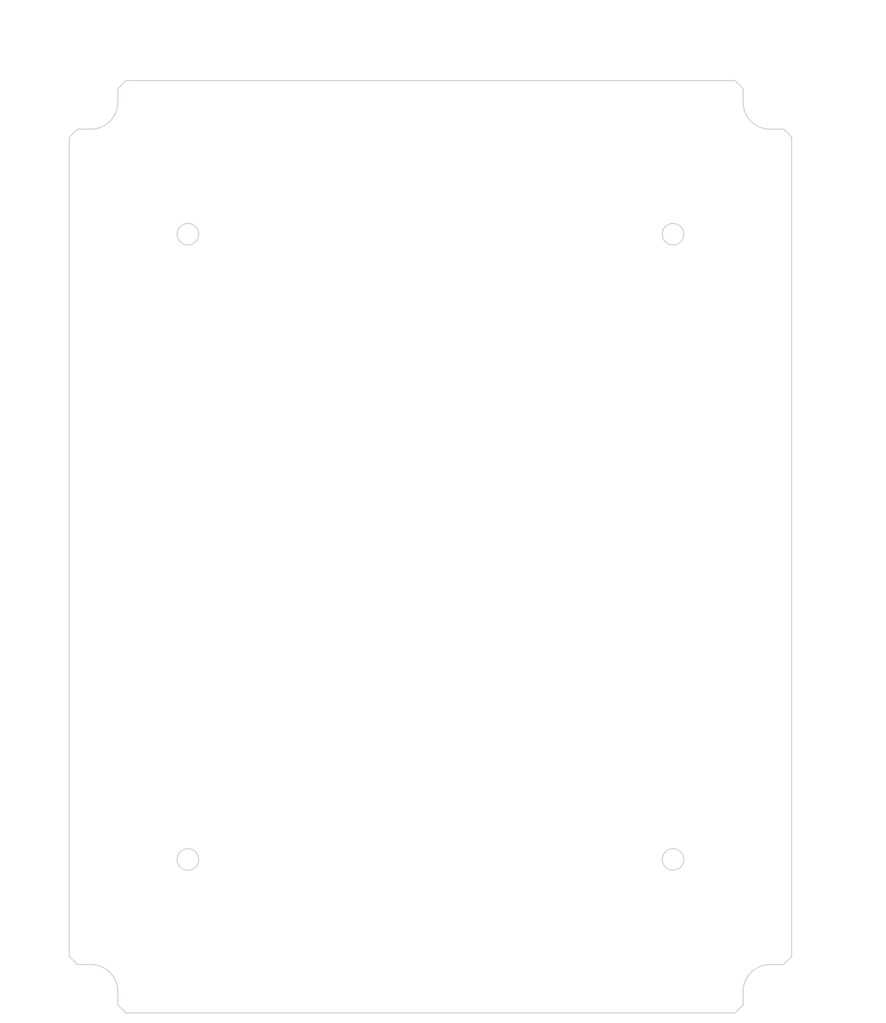
<source format=kicad_pcb>
(kicad_pcb (version 20171130) (host pcbnew "(5.1.0)-1")

  (general
    (thickness 1.6)
    (drawings 78)
    (tracks 0)
    (zones 0)
    (modules 0)
    (nets 1)
  )

  (page A3)
  (layers
    (0 F.Cu signal)
    (31 B.Cu signal)
    (32 B.Adhes user)
    (33 F.Adhes user)
    (34 B.Paste user)
    (35 F.Paste user)
    (36 B.SilkS user)
    (37 F.SilkS user)
    (38 B.Mask user)
    (39 F.Mask user)
    (40 Dwgs.User user)
    (41 Cmts.User user)
    (42 Eco1.User user)
    (43 Eco2.User user)
    (44 Edge.Cuts user)
    (45 Margin user)
    (46 B.CrtYd user)
    (47 F.CrtYd user)
    (48 B.Fab user)
    (49 F.Fab user)
  )

  (setup
    (last_trace_width 0.25)
    (trace_clearance 0.2)
    (zone_clearance 0.508)
    (zone_45_only no)
    (trace_min 0.2)
    (via_size 0.8)
    (via_drill 0.4)
    (via_min_size 0.4)
    (via_min_drill 0.3)
    (uvia_size 0.3)
    (uvia_drill 0.1)
    (uvias_allowed no)
    (uvia_min_size 0.2)
    (uvia_min_drill 0.1)
    (edge_width 0.05)
    (segment_width 0.2)
    (pcb_text_width 0.3)
    (pcb_text_size 1.5 1.5)
    (mod_edge_width 0.12)
    (mod_text_size 1 1)
    (mod_text_width 0.15)
    (pad_size 1.524 1.524)
    (pad_drill 0.762)
    (pad_to_mask_clearance 0.051)
    (solder_mask_min_width 0.25)
    (aux_axis_origin 0 0)
    (visible_elements FFFFFF7F)
    (pcbplotparams
      (layerselection 0x010fc_ffffffff)
      (usegerberextensions false)
      (usegerberattributes false)
      (usegerberadvancedattributes false)
      (creategerberjobfile false)
      (excludeedgelayer true)
      (linewidth 0.152400)
      (plotframeref false)
      (viasonmask false)
      (mode 1)
      (useauxorigin false)
      (hpglpennumber 1)
      (hpglpenspeed 20)
      (hpglpendiameter 15.000000)
      (psnegative false)
      (psa4output false)
      (plotreference true)
      (plotvalue true)
      (plotinvisibletext false)
      (padsonsilk false)
      (subtractmaskfromsilk false)
      (outputformat 1)
      (mirror false)
      (drillshape 1)
      (scaleselection 1)
      (outputdirectory ""))
  )

  (net 0 "")

  (net_class Default "This is the default net class."
    (clearance 0.2)
    (trace_width 0.25)
    (via_dia 0.8)
    (via_drill 0.4)
    (uvia_dia 0.3)
    (uvia_drill 0.1)
  )

  (gr_circle (center 139.731585 98.660248) (end 141.731585 98.660248) (layer Edge.Cuts) (width 0.2))
  (gr_line (start 117.731585 80.660248) (end 119.231585 79.160248) (layer Edge.Cuts) (width 0.2))
  (gr_line (start 126.731585 71.660248) (end 128.231585 70.160248) (layer Edge.Cuts) (width 0.2))
  (gr_line (start 117.731585 80.660248) (end 117.731585 232.660248) (layer Edge.Cuts) (width 0.2))
  (gr_line (start 121.731585 79.160248) (end 119.231585 79.160248) (layer Edge.Cuts) (width 0.2))
  (gr_arc (start 121.731585 74.160248) (end 121.731585 79.160248) (angle -90) (layer Edge.Cuts) (width 0.2))
  (gr_line (start 126.731585 71.660248) (end 126.731585 74.160248) (layer Edge.Cuts) (width 0.2))
  (gr_line (start 241.231585 70.160248) (end 128.231585 70.160248) (layer Edge.Cuts) (width 0.2))
  (gr_circle (center 229.731585 98.660248) (end 231.731585 98.660248) (layer Edge.Cuts) (width 0.2))
  (gr_line (start 241.231585 70.160248) (end 242.731585 71.660248) (layer Edge.Cuts) (width 0.2))
  (gr_line (start 242.731585 71.660248) (end 242.731585 74.160248) (layer Edge.Cuts) (width 0.2))
  (gr_arc (start 247.731585 74.160248) (end 242.731585 74.160248) (angle -90) (layer Edge.Cuts) (width 0.2))
  (gr_line (start 247.731585 79.160248) (end 250.231585 79.160248) (layer Edge.Cuts) (width 0.2))
  (gr_line (start 250.231585 79.160248) (end 251.731585 80.660248) (layer Edge.Cuts) (width 0.2))
  (gr_line (start 251.731585 80.660248) (end 251.731585 232.660248) (layer Edge.Cuts) (width 0.2))
  (gr_circle (center 139.731585 214.660248) (end 141.731585 214.660248) (layer Edge.Cuts) (width 0.2))
  (gr_line (start 128.231585 243.160248) (end 241.231585 243.160248) (layer Edge.Cuts) (width 0.2))
  (gr_arc (start 121.731585 239.160248) (end 126.731585 239.160248) (angle -90) (layer Edge.Cuts) (width 0.2))
  (gr_line (start 121.731585 234.160248) (end 119.231585 234.160248) (layer Edge.Cuts) (width 0.2))
  (gr_line (start 119.231585 234.160248) (end 117.731585 232.660248) (layer Edge.Cuts) (width 0.2))
  (gr_line (start 126.731585 241.660248) (end 126.731585 239.160248) (layer Edge.Cuts) (width 0.2))
  (gr_line (start 128.231585 243.160248) (end 126.731585 241.660248) (layer Edge.Cuts) (width 0.2))
  (gr_arc (start 247.731585 239.160248) (end 247.731585 234.160248) (angle -90) (layer Edge.Cuts) (width 0.2))
  (gr_circle (center 229.731585 214.660248) (end 231.731585 214.660248) (layer Edge.Cuts) (width 0.2))
  (gr_line (start 247.731585 234.160248) (end 250.231585 234.160248) (layer Edge.Cuts) (width 0.2))
  (gr_line (start 251.731585 232.660248) (end 250.231585 234.160248) (layer Edge.Cuts) (width 0.2))
  (gr_line (start 242.731585 241.660248) (end 242.731585 239.160248) (layer Edge.Cuts) (width 0.2))
  (gr_line (start 242.731585 241.660248) (end 241.231585 243.160248) (layer Edge.Cuts) (width 0.2))
  (gr_text [4.57] (at 243.059025 158.54623) (layer Dwgs.User)
    (effects (font (size 1.7 1.53) (thickness 0.2125)))
  )
  (gr_text " 116.00" (at 243.059025 154.992274) (layer Dwgs.User)
    (effects (font (size 1.7 1.53) (thickness 0.2125)))
  )
  (gr_line (start 243.059025 212.660248) (end 243.059025 160.214204) (layer Dwgs.User) (width 0.2))
  (gr_line (start 243.059025 100.660248) (end 243.059025 153.106291) (layer Dwgs.User) (width 0.2))
  (gr_line (start 230.731585 214.660248) (end 246.234025 214.660248) (layer Dwgs.User) (width 0.2))
  (gr_line (start 230.731585 98.660248) (end 246.234025 98.660248) (layer Dwgs.User) (width 0.2))
  (gr_text [R0.20] (at 112.803084 243.66581) (layer Dwgs.User)
    (effects (font (size 1.7 1.53) (thickness 0.2125)))
  )
  (gr_text " R5.00" (at 112.803084 240.108375) (layer Dwgs.User)
    (effects (font (size 1.7 1.53) (thickness 0.2125)))
  )
  (gr_line (start 119.273855 241.776349) (end 123.785691 236.973779) (layer Dwgs.User) (width 0.2))
  (gr_line (start 117.273855 241.776349) (end 119.273855 241.776349) (layer Dwgs.User) (width 0.2))
  (gr_line (start 139.731585 98.750248) (end 139.731585 98.570248) (layer Dwgs.User) (width 0.2))
  (gr_line (start 139.641585 98.660248) (end 139.821585 98.660248) (layer Dwgs.User) (width 0.2))
  (gr_text " ∅4.00\n[∅0.16]" (at 124.289615 103.683002) (layer Dwgs.User)
    (effects (font (size 1.7 1.53) (thickness 0.2125)))
  )
  (gr_line (start 130.826484 103.683002) (end 136.247565 100.625344) (layer Dwgs.User) (width 0.2))
  (gr_line (start 128.826484 103.683002) (end 130.826484 103.683002) (layer Dwgs.User) (width 0.2))
  (gr_text [.87] (at 108.897567 119.583154) (layer Dwgs.User)
    (effects (font (size 1.7 1.53) (thickness 0.2125)))
  )
  (gr_text " 22.00" (at 108.897567 116.025719) (layer Dwgs.User)
    (effects (font (size 1.7 1.53) (thickness 0.2125)))
  )
  (gr_line (start 117.731585 117.693693) (end 112.942178 117.693693) (layer Dwgs.User) (width 0.2))
  (gr_line (start 137.731585 117.693693) (end 119.731585 117.693693) (layer Dwgs.User) (width 0.2))
  (gr_line (start 139.731585 99.660248) (end 139.731585 120.868693) (layer Dwgs.User) (width 0.2))
  (gr_text [3.54] (at 210.731585 84.549709) (layer Dwgs.User)
    (effects (font (size 1.7 1.53) (thickness 0.2125)))
  )
  (gr_text " 90.00" (at 210.731585 80.992274) (layer Dwgs.User)
    (effects (font (size 1.7 1.53) (thickness 0.2125)))
  )
  (gr_line (start 141.731585 82.660248) (end 206.686974 82.660248) (layer Dwgs.User) (width 0.2))
  (gr_line (start 227.731585 82.660248) (end 214.776196 82.660248) (layer Dwgs.User) (width 0.2))
  (gr_line (start 139.731585 97.660248) (end 139.731585 79.485248) (layer Dwgs.User) (width 0.2))
  (gr_line (start 229.731585 97.660248) (end 229.731585 79.485248) (layer Dwgs.User) (width 0.2))
  (gr_text [6.10] (at 257.718187 152.04021) (layer Dwgs.User)
    (effects (font (size 1.7 1.53) (thickness 0.2125)))
  )
  (gr_text " 155.00" (at 257.718187 148.482774) (layer Dwgs.User)
    (effects (font (size 1.7 1.53) (thickness 0.2125)))
  )
  (gr_line (start 257.718187 232.160248) (end 257.718187 153.708184) (layer Dwgs.User) (width 0.2))
  (gr_line (start 257.718187 81.160248) (end 257.718187 146.593313) (layer Dwgs.User) (width 0.2))
  (gr_line (start 251.231585 234.160248) (end 260.893187 234.160248) (layer Dwgs.User) (width 0.2))
  (gr_line (start 251.231585 79.160248) (end 260.893187 79.160248) (layer Dwgs.User) (width 0.2))
  (gr_text [4.57] (at 178.546177 65.362806) (layer Dwgs.User)
    (effects (font (size 1.7 1.53) (thickness 0.2125)))
  )
  (gr_text " 116.00" (at 178.546177 61.808849) (layer Dwgs.User)
    (effects (font (size 1.7 1.53) (thickness 0.2125)))
  )
  (gr_line (start 240.731585 63.476823) (end 183.251191 63.476823) (layer Dwgs.User) (width 0.2))
  (gr_line (start 128.731585 63.476823) (end 173.841163 63.476823) (layer Dwgs.User) (width 0.2))
  (gr_line (start 242.731585 70.660248) (end 242.731585 60.301823) (layer Dwgs.User) (width 0.2))
  (gr_line (start 126.731585 70.660248) (end 126.731585 60.301823) (layer Dwgs.User) (width 0.2))
  (gr_text [6.81] (at 264.489477 162.197146) (layer Dwgs.User)
    (effects (font (size 1.7 1.53) (thickness 0.2125)))
  )
  (gr_text " 173.00" (at 264.489477 158.639131) (layer Dwgs.User)
    (effects (font (size 1.7 1.53) (thickness 0.2125)))
  )
  (gr_line (start 264.489477 241.160248) (end 264.489477 163.8657) (layer Dwgs.User) (width 0.2))
  (gr_line (start 264.489477 72.160248) (end 264.489477 156.74967) (layer Dwgs.User) (width 0.2))
  (gr_line (start 242.231585 243.160248) (end 267.664477 243.160248) (layer Dwgs.User) (width 0.2))
  (gr_line (start 242.231585 70.160248) (end 267.664477 70.160248) (layer Dwgs.User) (width 0.2))
  (gr_text [5.28] (at 191.307455 60.367346) (layer Dwgs.User)
    (effects (font (size 1.7 1.53) (thickness 0.2125)))
  )
  (gr_text " 134.00" (at 191.307455 56.809331) (layer Dwgs.User)
    (effects (font (size 1.7 1.53) (thickness 0.2125)))
  )
  (gr_line (start 249.731585 58.477885) (end 196.012469 58.477885) (layer Dwgs.User) (width 0.2))
  (gr_line (start 119.731585 58.477885) (end 186.602441 58.477885) (layer Dwgs.User) (width 0.2))
  (gr_line (start 251.731585 79.660248) (end 251.731585 55.302885) (layer Dwgs.User) (width 0.2))
  (gr_line (start 117.731585 79.660248) (end 117.731585 55.302885) (layer Dwgs.User) (width 0.2))

)

</source>
